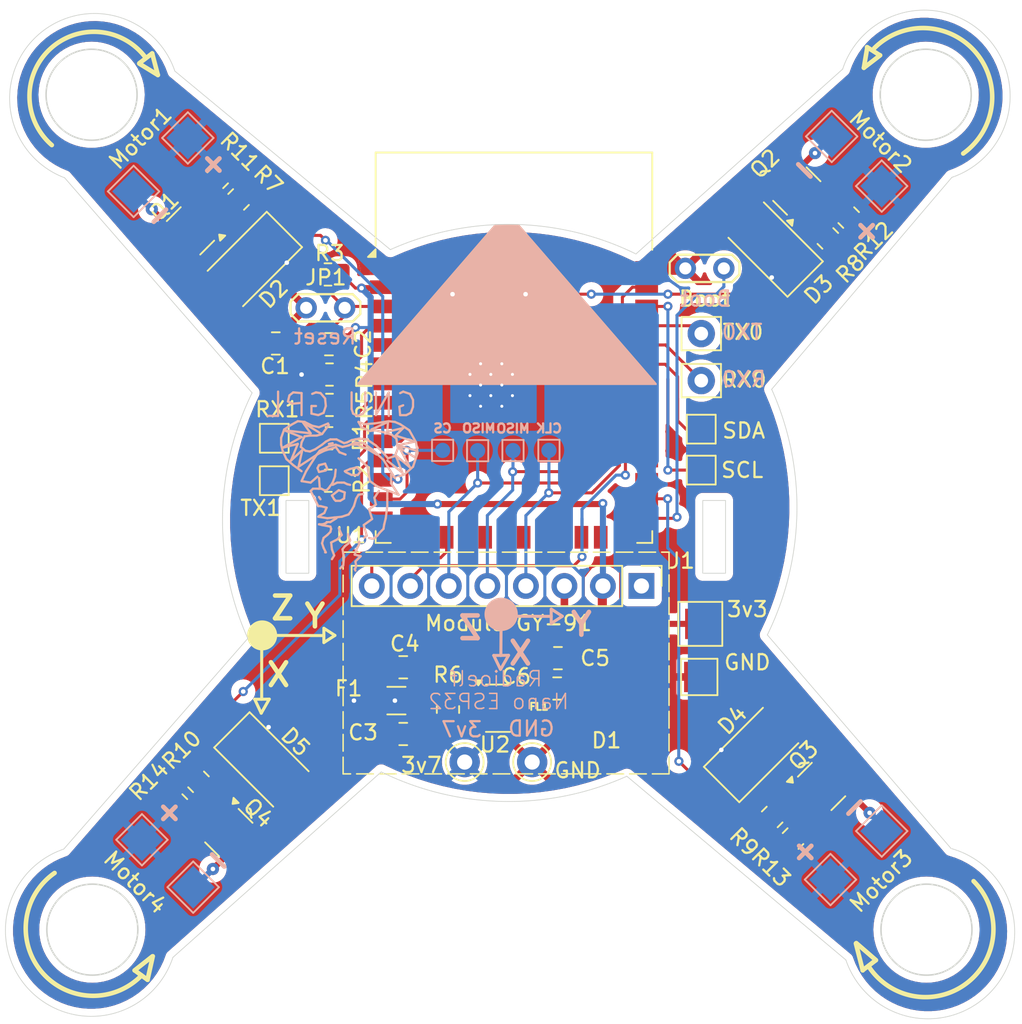
<source format=kicad_pcb>
(kicad_pcb (version 20241229) (generator "pcbnew") (generator_version "9.0")
  (layers (0 "F.Cu" signal) (2 "B.Cu" signal) (13 "F.Paste" user) (15 "B.Paste" user) (5 "F.SilkS" user "F.Silkscreen") (7 "B.SilkS" user "B.Silkscreen") (1 "F.Mask" user) (3 "B.Mask" user) (25 "Edge.Cuts" user))
  (net 0 "")
  (net 1 "GND")
  (net 2 "Net-(JP1-B)")
  (net 3 "+3v3")
  (net 4 "Net-(U2-VIN)")
  (net 5 "SPI0_CS0_M")
  (net 6 "Net-(D2-A)")
  (net 7 "Net-(D3-A)")
  (net 8 "Net-(D4-A)")
  (net 9 "Net-(D5-A)")
  (net 10 "VDD_3v7")
  (net 11 "TX0")
  (net 12 "RX0")
  (net 13 "Net-(Q1-G)")
  (net 14 "Net-(Q2-G)")
  (net 15 "Net-(Q3-G)")
  (net 16 "Net-(Q4-G)")
  (net 17 "Net-(R1-Pad2)")
  (net 18 "RX1")
  (net 19 "Net-(R2-Pad2)")
  (net 20 "TX1")
  (net 21 "ADC_VOLTAGE ")
  (net 22 "Net-(U2-EN)")
  (net 23 "PWM1")
  (net 24 "PWM2")
  (net 25 "PWM3")
  (net 26 "PWM4")
  (net 27 "I2C0_SDA")
  (net 28 "I2C0_SCL")
  (net 36 "SPI0_CLK")
  (net 40 "SPI0_MOSI")
  (net 41 "SPI0_MISO")
  (net 47 "SPI0_CS1_B")
  (net 48 "SPI0_CS2")
  (net 49 "Net-(U2-VOUT)")
  (net 50 "Net-(JP2-B)")
  (footprint "Package_TO_SOT_SMD:SOT-23" (layer "F.Cu") (at 169.572702 118.455232 45)
    (property "Reference" "Q3")
    (property "Value" "DMG3404L" (hide yes))
  )
  (footprint "Diode_SMD:D_SMA" (layer "F.Cu") (at 131.670146 84.210285 -135)
    (property "Reference" "D2")
    (property "Value" "STPS1L30A")
  )
  (footprint "Resistor_SMD:R_0805_2012Metric" (layer "F.Cu") (at 137.04686 98.296071 180)
    (property "Reference" "R2")
    (property "Value" "120R")
  )
  (footprint "Diode_SMD:D_SMA" (layer "F.Cu") (at 133.170146 117.206857 -45)
    (property "Reference" "D5")
    (property "Value" "STPS1L30A")
  )
  (footprint "TestPoint:TestPoint_Pad_1.5x1.5mm" (layer "F.Cu") (at 161.638038 97.596393)
    (property "Reference" "TP5" (hide yes))
    (property "Value" "SCL")
  )
  (footprint "TestPoint:TestPoint_Pad_2.0x2.0mm" (layer "F.Cu") (at 161.50436 111.236071)
    (property "Reference" "TP1" (hide yes))
    (property "Value" "GND")
  )
  (footprint "RF_Module:ESP32-WROOM-32D" (layer "F.Cu") (at 149.288038 92.516393)
    (property "Reference" "U1")
    (property "Value" "ESP32-WROOM-32E")
  )
  (footprint "Resistor_SMD:R_0805_2012Metric" (layer "F.Cu") (at 171.35936 80.946071 135)
    (property "Reference" "R12")
    (property "Value" "100k")
  )
  (footprint "Resistor_SMD:R_0805_2012Metric" (layer "F.Cu") (at 137.09686 95.496071 180)
    (property "Reference" "R1")
    (property "Value" "120R")
  )
  (footprint "TestPoint:TestPoint_2Pads_Pitch2.54mm_Drill0.8mm" (layer "F.Cu") (at 160.588038 84.296393)
    (property "Reference" "JP2" (hide yes))
    (property "Value" "Boot")
  )
  (footprint "Capacitor_SMD:C_0805_2012Metric" (layer "F.Cu") (at 133.58436 89.246071)
    (property "Reference" "C1")
    (property "Value" "1uF")
  )
  (footprint "Resistor_SMD:R_0805_2012Metric" (layer "F.Cu") (at 137.125538 91.296393)
    (property "Reference" "R4")
    (property "Value" "150k")
  )
  (footprint "Resistor_SMD:R_0805_2012Metric" (layer "F.Cu") (at 128.489125 118.150836 -45)
    (property "Reference" "R10")
    (property "Value" "1k")
  )
  (footprint "Capacitor_SMD:C_0805_2012Metric" (layer "F.Cu") (at 141.988038 114.996393 180)
    (property "Reference" "C3")
    (property "Value" "100nF")
  )
  (footprint "Resistor_SMD:R_0805_2012Metric" (layer "F.Cu") (at 127.064125 119.650836 -45)
    (property "Reference" "R14")
    (property "Value" "100k")
  )
  (footprint "Capacitor_SMD:C_0805_2012Metric" (layer "F.Cu") (at 141.988038 110.596393 180)
    (property "Reference" "C4")
    (property "Value" "10uF")
  )
  (footprint "Resistor_SMD:R_0805_2012Metric" (layer "F.Cu") (at 166.314125 120.466306 45)
    (property "Reference" "R9")
    (property "Value" "1k")
  )
  (footprint "Fuse:Fuse_1206_3216Metric" (layer "F.Cu") (at 141.538038 112.796393)
    (property "Reference" "F1")
    (property "Value" "0ZCA0035FF2G" (hide yes))
  )
  (footprint "TestPoint:TestPoint_2Pads_Pitch2.54mm_Drill0.8mm" (layer "F.Cu") (at 135.588038 86.896393)
    (property "Reference" "JP1")
    (property "Value" "Reset")
  )
  (footprint "Resistor_SMD:R_0805_2012Metric" (layer "F.Cu") (at 167.689125 121.891306 45)
    (property "Reference" "R13")
    (property "Value" "100k")
  )
  (footprint "Resistor_SMD:R_0805_2012Metric" (layer "F.Cu") (at 129.754595 78.325836 -135)
    (property "Reference" "R11")
    (property "Value" "100k")
  )
  (footprint "Connector_Pin:Pin_D0.9mm_L10.0mm_W2.4mm_FlatFork" (layer "F.Cu") (at 161.638038 91.696393)
    (property "Reference" "H4" (hide yes))
    (property "Value" "RX0")
  )
  (footprint "TestPoint:TestPoint_Pad_1.5x1.5mm" (layer "F.Cu") (at 133.48436 95.496071)
    (property "Reference" "TP2" (hide yes))
    (property "Value" "RX1")
  )
  (footprint "Package_TO_SOT_SMD:SOT-23" (layer "F.Cu") (at 167.938038 79.196393 135)
    (property "Reference" "Q2")
    (property "Value" "DMG3404L" (hide yes))
  )
  (footprint "TestPoint:TestPoint_Pad_1.5x1.5mm" (layer "F.Cu") (at 161.638038 94.896393)
    (property "Reference" "TP4" (hide yes))
    (property "Value" "SDA")
  )
  (footprint "Connector_Pin:Pin_D0.9mm_L10.0mm_W2.4mm_FlatFork" (layer "F.Cu") (at 161.638038 88.596393)
    (property "Reference" "H3" (hide yes))
    (property "Value" "TX0")
  )
  (footprint "Package_TO_SOT_SMD:SOT-23" (layer "F.Cu") (at 127.95936 81.821071 -135)
    (property "Reference" "Q1")
    (property "Value" "DMG3404L" (hide yes))
  )
  (footprint "Resistor_SMD:R_0805_2012Metric" (layer "F.Cu") (at 137.125538 93.296393 180)
    (property "Reference" "R5")
    (property "Value" "220k")
  )
  (footprint "Connector_PinHeader_2.54mm:PinHeader_1x08_P2.54mm_Vertical" (layer "F.Cu") (at 157.69436 105.236071 -90)
    (property "Reference" "J1")
    (property "Value" "Module GY-91  MPU9250 + BMP280" (hide yes))
  )
  (footprint "Diode_SMD:D_SMA" (layer "F.Cu") (at 166.00936 82.521071 135)
    (property "Reference" "D3")
    (property "Value" "STPS1L30A")
  )
  (footprint "KNH16C104DA5TS:FIL_KNH16C104DA5TS" (layer "F.Cu") (at 152.088038 113.946393)
    (property "Reference" "FL1")
    (property "Value" "KNH16C104DA5TS")
  )
  (footprint "Resistor_SMD:R_0805_2012Metric" (layer "F.Cu") (at 144.938038 113.383893 -90)
    (property "Reference" "R6")
    (property "Value" "10K")
  )
  (footprint "Connector_Pin:Pin_D1.0mm_L10.0mm" (layer "F.Cu") (at 146.038038 116.846393)
    (property "Reference" "H2" (hide yes))
    (property "Value" "3v7")
  )
  (footprint "TestPoint:TestPoint_Pad_2.5x2.5mm" (layer "F.Cu") (at 161.57436 107.736071)
    (property "Reference" "TP6" (hide yes))
    (property "Value" "3v3")
  )
  (footprint "Resistor_SMD:R_0805_2012Metric" (layer "F.Cu") (at 131.129595 79.750836 -135)
    (property "Reference" "R7")
    (property "Value" "1k")
  )
  (footprint "Resistor_SMD:R_0805_2012Metric" (layer "F.Cu") (at 169.98436 82.321071 135)
    (property "Reference" "R8")
    (property "Value" "1k")
  )
  (footprint "Capacitor_SMD:C_0805_2012Metric" (layer "F.Cu") (at 152.188038 109.996393)
    (property "Reference" "C5")
    (property "Value" "100nF")
  )
  (footprint "Package_TO_SOT_SMD:SOT-23-5" (layer "F.Cu") (at 148.238038 113.296393)
    (property "Reference" "U2")
    (property "Value" "XC6220B331MR-G")
  )
  (footprint "Connector_Pin:Pin_D1.0mm_L10.0mm" (layer "F.Cu") (at 150.488038 116.846393)
    (property "Reference" "H1" (hide yes))
    (property "Value" "GND")
  )
  (footprint "Resistor_SMD:R_0805_2012Metric" (layer "F.Cu") (at 137.025538 84.696393 180)
    (property "Reference" "R3")
    (property "Value" "10k")
  )
  (footprint "Capacitor_SMD:C_0805_2012Metric" (layer "F.Cu") (at 137.088038 89.296393)
    (property "Reference" "C2")
    (property "Value" "100nF")
  )
  (footprint "Diode_SMD:D_SMA" (layer "F.Cu") (at 165.45936 115.846071 45)
    (property "Reference" "D4")
    (property "Value" "STPS1L30A")
  )
  (footprint "Capacitor_SMD:C_0805_2012Metric" (layer "F.Cu") (at 152.138038 111.996393)
    (property "Reference" "C6")
    (property "Value" "10uF")
  )
  (footprint "TestPoint:TestPoint_Pad_1.5x1.5mm" (layer "F.Cu") (at 133.48436 98.296071)
    (property "Reference" "TP3" (hide yes))
    (property "Value" "TX1")
  )
  (footprint "Inductor_SMD:L_0402_1005Metric" (layer "F.Cu") (at 153.53436 115.421071)
    (property "Reference" "D1")
    (property "Value" "PESD0402-140" (hide yes))
  )
  (footprint "Package_TO_SOT_SMD:SOT-23" (layer "F.Cu") (at 130.488038 121.496393 -45)
    (property "Reference" "Q4")
    (property "Value" "DMG3404L" (hide yes))
  )
  (footprint "TestPoint:TestPoint_Pad_2.0x2.0mm" (layer "B.Cu") (at 124.20936 79.221071 135)
    (property "Reference" "TP8" (hide yes))
    (property "Value" "Motor1")
  )
  (footprint "TestPoint:TestPoint_Pad_2.0x2.0mm" (layer "B.Cu") (at 128.138038 125.096393 135)
    (property "Reference" "TP11" (hide yes))
    (property "Value" "Motor4")
  )
  (footprint "TestPoint:TestPoint_Pad_2.0x2.0mm" (layer "B.Cu") (at 124.75936 121.971071 135)
    (property "Reference" "TP14" (hide yes))
    (property "Value" "3v7")
  )
  (footprint "TestPoint:TestPoint_Pad_2.0x2.0mm" (layer "B.Cu") (at 170.238038 75.596393 135)
    (property "Reference" "TP9" (hide yes))
    (property "Value" "Motor2")
  )
  (footprint "TestPoint:TestPoint_Pad_1.0x1.0mm" (layer "B.Cu") (at 146.89436 96.316071 180)
    (property "Reference" "REF**" (hide yes))
    (property "Value" "TestPoint_Pad_1.0x1.0mm" (hide yes))
  )
  (footprint "TestPoint:TestPoint_Pad_1.0x1.0mm" (layer "B.Cu") (at 149.22436 96.306071 180)
    (property "Reference" "REF**" (hide yes))
    (property "Value" "TestPoint_Pad_1.0x1.0mm" (hide yes))
  )
  (footprint "TestPoint:TestPoint_Pad_2.0x2.0mm" (layer "B.Cu") (at 127.78436 75.696071 135)
    (property "Reference" "TP7" (hide yes))
    (property "Value" "3v7")
  )
  (footprint "TestPoint:TestPoint_Pad_1.0x1.0mm" (layer "B.Cu") (at 144.58436 96.296071 180)
    (property "Reference" "REF**" (hide yes))
    (property "Value" "TestPoint_Pad_1.0x1.0mm" (hide yes))
  )
  (footprint "Symbol:Symbol_GNU-Logo_SilkscreenTop" (layer "B.Cu") (at 138.1848 98.120511 180)
    (property "Reference" "REF**" (hide yes))
    (property "Value" "Symbol_GNU-Logo_SilkscreenTop" (hide yes))
  )
  (footprint "TestPoint:TestPoint_Pad_2.0x2.0mm" (layer "B.Cu") (at 173.538038 121.396393 -135)
    (property "Reference" "TP10" (hide yes))
    (property "Value" "Motor3")
  )
  (footprint "TestPoint:TestPoint_Pad_2.0x2.0mm" (layer "B.Cu") (at 170.15936 124.596071 135)
    (property "Reference" "TP13" (hide yes))
    (property "Value" "3v7")
  )
  (footprint "TestPoint:TestPoint_Pad_1.0x1.0mm" (layer "B.Cu") (at 151.59436 96.296071 180)
    (property "Reference" "REF**" (hide yes))
    (property "Value" "TestPoint_Pad_1.0x1.0mm" (hide yes))
  )
  (footprint "TestPoint:TestPoint_Pad_2.0x2.0mm" (layer "B.Cu") (at 173.53436 78.871071 -135)
    (property "Reference" "TP12" (hide yes))
    (property "Value" "3v7")
  )
  (gr_line (start 154.42436 103.926071) (end 153.86436 104.626071) (stroke (width 0.2)) (layer "F.Cu") (net 1))
  (gr_line (start 153.86436 104.626071) (end 153.86436 106.106071) (stroke (width 0.2)) (layer "F.Cu") (net 1))
  (gr_line (start 162.738038 96.196393) (end 160.338038 96.196393) (stroke (width 0.2)) (layer "F.Cu") (net 1))
  (gr_line (start 156.32436 104.176071) (end 156.32436 106.406071) (stroke (width 0.2)) (layer "F.Cu") (net 1))
  (gr_line (start 137.10936 94.821071) (end 137.08436 99.396071) (stroke (width 0.2)) (layer "F.Cu") (net 1))
  (gr_line (start 146.24436 104.346071) (end 146.24436 106.146071) (stroke (width 0.2)) (layer "B.Cu") (net 10))
  (gr_line (start 143.66436 104.386071) (end 143.66436 106.256071) (stroke (width 0.2)) (layer "B.Cu") (net 10))
  (gr_line (start 141.18436 105.956071) (end 141.18436 104.476071) (stroke (width 0.2)) (layer "B.Cu") (net 10))
  (gr_line (start 156.37436 104.196071) (end 156.38436 104.006071) (stroke (width 0.2)) (layer "B.Cu") (net 10))
  (gr_line (start 159.53436 85.071071) (end 160.23436 85.571071) (stroke (width 0.2)) (layer "B.Cu") (net 10))
  (gr_line (start 138.55436 104.586071) (end 138.55436 105.906071) (stroke (width 0.2)) (layer "B.Cu") (net 10))
  (gr_line (start 156.35436 106.056071) (end 156.19436 106.386071) (stroke (width 0.2)) (layer "B.Cu") (net 10))
  (gr_line (start 148.79436 104.506071) (end 148.79436 106.086071) (stroke (width 0.2)) (layer "B.Cu") (net 10))
  (gr_line (start 132.19436 112.706071) (end 132.62436 113.626071) (stroke (width 0.2)) (layer "F.SilkS"))
  (gr_line (start 132.65436 108.531071) (end 132.65436 112.601071) (stroke (width 0.2)) (layer "F.SilkS"))
  (gr_line (start 132.63436 112.706071) (end 133.15436 112.696071) (stroke (width 0.2)) (layer "F.SilkS"))
  (gr_line (start 137.48436 108.496071) (end 136.75436 108.026071) (stroke (width 0.2)) (layer "F.SilkS"))
  (gr_line (start 125.43436 70.121071) (end 124.58436 70.771071) (stroke (width 0.3)) (layer "F.SilkS"))
  (gr_line (start 132.62436 113.626071) (end 133.15436 112.696071) (stroke (width 0.2)) (layer "F.SilkS"))
  (gr_line (start 136.75436 108.966071) (end 137.48436 108.496071) (stroke (width 0.2)) (layer "F.SilkS"))
  (gr_line (start 173.159364 129.908566) (end 171.859356 128.783575) (stroke (width 0.3)) (layer "F.SilkS"))
  (gr_arc (start 118.816487 76.166575) (mid 118.670539 69.860743) (end 124.95936 70.346071) (stroke (width 0.3)) (layer "F.SilkS"))
  (gr_line (start 125.44686 129.658571) (end 124.27186 130.583571) (stroke (width 0.3)) (layer "F.SilkS"))
  (gr_line (start 172.35936 71.071071) (end 173.434356 70.246065) (stroke (width 0.3)) (layer "F.SilkS"))
  (gr_line (start 124.29061 130.589821) (end 125.12811 131.202321) (stroke (width 0.3)) (layer "F.SilkS"))
  (gr_line (start 172.28436 130.571071) (end 173.13436 129.921071) (stroke (width 0.3)) (layer "F.SilkS"))
  (gr_arc (start 179.593801 124.699785) (mid 179.299966 131.300009) (end 172.750508 130.432072) (stroke (width 0.3)) (layer "F.SilkS"))
  (gr_line (start 125.12811 131.202321) (end 125.474985 129.649196) (stroke (width 0.3)) (layer "F.SilkS"))
  (gr_circle (center 132.68436 108.496071) (end 133.57436 108.496071) (stroke (width 0.2)) (fill yes) (layer "F.SilkS"))
  (gr_line (start 173.39686 70.233571) (end 172.57186 69.708571) (stroke (width 0.3)) (layer "F.SilkS"))
  (gr_line (start 136.75436 108.506071) (end 136.75436 108.966071) (stroke (width 0.2)) (layer "F.SilkS"))
  (gr_line (start 132.63436 112.706071) (end 132.19436 112.706071) (stroke (width 0.2)) (layer "F.SilkS"))
  (gr_line (start 133.10436 108.496071) (end 136.75436 108.506071) (stroke (width 0.2)) (layer "F.SilkS"))
  (gr_arc (start 124.730899 130.916692) (mid 118.152038 130.687458) (end 118.999483 124.15938) (stroke (width 0.3)) (layer "F.SilkS"))
  (gr_arc (start 173.037786 69.78449) (mid 179.74222 70.062753) (end 178.90936 76.721071) (stroke (width 0.3)) (layer "F.SilkS"))
  (gr_line (start 125.80936 71.546071) (end 125.43436 70.121071) (stroke (width 0.3)) (layer "F.SilkS"))
  (gr_line (start 171.83436 128.808571) (end 172.28436 130.583571) (stroke (width 0.3)) (layer "F.SilkS"))
  (gr_line (start 172.58436 69.721071) (end 172.35936 71.071071) (stroke (width 0.3)) (layer "F.SilkS"))
  (gr_line (start 136.75436 108.026071) (end 136.75436 108.506071) (stroke (width 0.2)) (layer "F.SilkS"))
  (gr_line (start 124.58436 70.796071) (end 125.80936 71.546071) (stroke (width 0.3)) (layer "F.SilkS"))
  (gr_rect (start 138.02436 103.006071) (end 159.51436 117.626071) (stroke (width 0.1) (type dash)) (fill no) (layer "F.SilkS"))
  (gr_poly (pts (xy 148.070192 81.485255) (xy 139.070192 91.885255) (xy 158.570192 91.885255) (xy 149.570192 81.485255)) (stroke (width 0.2)) (fill yes) (layer "B.SilkS"))
  (gr_line (start 148.39436 109.816071) (end 147.95436 109.816071) (stroke (width 0.2)) (layer "B.SilkS"))
  (gr_circle (center 148.44436 107.106071) (end 149.44436 107.106071) (stroke (width 0.2)) (fill yes) (layer "B.SilkS"))
  (gr_line (start 148.54686 107.232321) (end 151.68186 107.239821) (stroke (width 0.2)) (layer "B.SilkS"))
  (gr_line (start 151.74436 107.246071) (end 151.74436 107.706071) (stroke (width 0.2)) (layer "B.SilkS"))
  (gr_line (start 152.47936 107.231071) (end 151.74936 106.761071) (stroke (width 0.2)) (layer "B.SilkS"))
  (gr_line (start 148.41436 109.816071) (end 148.93436 109.806071) (stroke (width 0.2)) (layer "B.SilkS"))
  (gr_line (start 151.74436 106.766071) (end 151.74436 107.246071) (stroke (width 0.2)) (layer "B.SilkS"))
  (gr_line (start 148.42436 109.816071) (end 148.44436 107.106071) (stroke (width 0.2)) (layer "B.SilkS"))
  (gr_line (start 148.40936 110.731071) (end 148.93436 109.806071) (stroke (width 0.2)) (layer "B.SilkS"))
  (gr_line (start 151.74936 107.701071) (end 152.47936 107.231071) (stroke (width 0.2)) (layer "B.SilkS"))
  (gr_line (start 147.95436 109.816071) (end 148.39936 110.736071) (stroke (width 0.2)) (layer "B.SilkS"))
  (gr_line (start 171.173308 129.894029) (end 156.731277 117.781312) (stroke (width 0.05)) (layer "Edge.Cuts"))
  (gr_arc (start 126.801676 129.724864) (mid 117.434299 131.971117) (end 119.603568 122.585625) (stroke (width 0.05)) (layer "Edge.Cuts"))
  (gr_arc (start 141.138038 83.060297) (mid 149.266439 81.396414) (end 157.331277 83.345217) (stroke (width 0.05)) (layer "Edge.Cuts"))
  (gr_circle (center 176.488038 127.896393) (end 179.488038 127.896393) (stroke (width 0.1)) (fill no) (layer "Edge.Cuts"))
  (gr_line (start 178.10936 122.546071) (end 165.995791 108.461229) (stroke (width 0.05)) (layer "Edge.Cuts"))
  (gr_circle (center 121.488038 127.896393) (end 124.488038 127.896393) (stroke (width 0.1)) (fill no) (layer "Edge.Cuts"))
  (gr_line (start 132.022958 92.503154) (end 119.65936 78.321071) (stroke (width 0.05)) (layer "Edge.Cuts"))
  (gr_arc (start 170.961252 71.156832) (mid 180.328634 68.910628) (end 178.15936 78.296071) (stroke (width 0.05)) (layer "Edge.Cuts"))
  (gr_line (start 126.929577 71.287406) (end 141.138038 83.060297) (stroke (width 0.05)) (layer "Edge.Cuts"))
  (gr_line (start 178.15936 78.296071) (end 166.280711 92.26799) (stroke (width 0.05)) (layer "Edge.Cuts"))
  (gr_arc (start 166.280711 92.26799) (mid 167.944618 100.396393) (end 165.995791 108.461229) (stroke (width 0.05)) (layer "Edge.Cuts"))
  (gr_arc (start 178.10936 122.546071) (mid 180.74559 131.982119) (end 171.173308 129.894029) (stroke (width 0.05)) (layer "Edge.Cuts"))
  (gr_rect (start 161.738038 99.596393) (end 163.238038 104.396393) (stroke (width 0.05)) (fill no) (layer "Edge.Cuts"))
  (gr_rect (start 134.25936 99.596071) (end 135.75936 104.396071) (stroke (width 0.05)) (fill no) (layer "Edge.Cuts"))
  (gr_circle (center 121.438038 72.846393) (end 124.438038 72.846393) (stroke (width 0.1)) (fill no) (layer "Edge.Cuts"))
  (gr_arc (start 131.738038 108.696393) (mid 130.074131 100.56799) (end 132.022958 92.503154) (stroke (width 0.05)) (layer "Edge.Cuts"))
  (gr_circle (center 176.438038 72.846393) (end 179.438038 72.846393) (stroke (width 0.1)) (fill no) (layer "Edge.Cuts"))
  (gr_arc (start 156.731277 117.781312) (mid 148.602874 119.445214) (end 140.538038 117.496392) (stroke (width 0.05)) (layer "Edge.Cuts"))
  (gr_line (start 119.603568 122.585625) (end 131.738038 108.696393) (stroke (width 0.05)) (layer "Edge.Cuts"))
  (gr_line (start 170.961252 71.156832) (end 157.331277 83.345217) (stroke (width 0.05)) (layer "Edge.Cuts"))
  (gr_arc (start 119.65936 78.321071) (mid 117.740439 69.063419) (end 126.929577 71.287406) (stroke (width 0.05)) (layer "Edge.Cuts"))
  (gr_line (start 126.801676 129.724864) (end 140.538038 117.496393) (stroke (width 0.05)) (layer "Edge.Cuts"))
  (gr_text "Module GY-91 " (at 143.32436 108.276071 0) (layer "F.SilkS") (effects (font (size 1 1)) (justify left bottom)))
  (gr_text "Z" (at 133.12436 107.566071 0) (layer "F.SilkS") (effects (font (size 1.5 1.5) (thickness 0.3) (bold yes)) (justify left bottom)))
  (gr_text "Y" (at 137.00436 108.096071 0) (layer "F.SilkS") (effects (font (size 1.5 1.5) (thickness 0.3) (bold yes)) (justify left bottom mirror)))
  (gr_text "X" (at 134.67436 111.966071 0) (layer "F.SilkS") (effects (font (size 1.5 1.5) (thickness 0.3) (bold yes)) (justify left bottom mirror)))
  (gr_text "Nano ESP32" (at 152.98436 113.446071 0) (layer "B.SilkS") (effects (font (size 1 1) (thickness 0.1)) (justify left bottom mirror)))
  (gr_text "Z" (at 147.30436 108.876071 0) (layer "B.SilkS") (effects (font (size 1.5 1.5) (thickness 0.3) (bold yes)) (justify left bottom mirror)))
  (gr_text "Radioelf" (at 151.23436 111.946071 0) (layer "B.SilkS") (effects (font (size 1 1) (thickness 0.1)) (justify left bottom mirror)))
  (gr_text "3v7" (at 145.83436 114.696071 0) (layer "B.SilkS") (effects (font (size 1 1)) (justify mirror)))
  (gr_text "TX0" (at 164.33436 88.496071 0) (layer "B.SilkS") (effects (font (size 1 1)) (justify mirror)))
  (gr_text "X" (at 150.62436 110.546071 0) (layer "B.SilkS") (effects (font (size 1.5 1.5) (thickness 0.3) (bold yes)) (justify left bottom mirror)))
  (gr_text "+" (at 173.88436 81.596071 45) (layer "B.SilkS") (effects (font (size 1.5 1.5) (thickness 0.3) (bold yes)) (justify left bottom mirror)))
  (gr_text "-" (at 168.18436 76.496071 135) (layer "B.SilkS") (effects (font (size 1.5 1.5) (thickness 0.3) (bold yes)) (justify left bottom mirror)))
  (gr_text "+" (at 130.80936 77.196071 45) (layer "B.SilkS") (effects (font (size 1.5 1.5) (thickness 0.3) (bold yes)) (justify left bottom mirror)))
  (gr_text "-" (at 127.28436 80.571071 45) (layer "B.SilkS") (effects (font (size 1.5 1.5) (thickness 0.3) (bold yes)) (justify left bottom mirror)))
  (gr_text "-" (at 129.53436 121.996071 135) (layer "B.SilkS") (effects (font (size 1.5 1.5) (thickness 0.3) (bold yes)) (justify left bottom mirror)))
  (gr_text "Y" (at 154.57436 108.646071 0) (layer "B.SilkS") (effects (font (size 1.5 1.5) (thickness 0.3) (bold yes)) (justify left bottom mirror)))
  (gr_text "+" (at 169.83436 122.521071 45) (layer "B.SilkS") (effects (font (size 1.5 1.5) (thickness 0.3) (bold yes)) (justify left bottom mirror)))
  (gr_text "RX0" (at 164.43436 91.596071 0) (layer "B.SilkS") (effects (font (size 1 1)) (justify mirror)))
  (gr_text "Boot" (at 161.93436 86.296071 0) (layer "B.SilkS") (effects (font (size 1 1)) (justify mirror)))
  (gr_text "-" (at 173.08436 119.596071 45) (layer "B.SilkS") (effects (font (size 1.5 1.5) (thickness 0.3) (bold yes)) (justify left bottom mirror)))
  (gr_text "GND" (at 150.43436 114.646071 0) (layer "B.SilkS") (effects (font (size 1 1)) (justify mirror)))
  (gr_text "+" (at 127.90936 119.946071 45) (layer "B.SilkS") (effects (font (size 1.5 1.5) (thickness 0.3) (bold yes)) (justify left bottom mirror)))
  (segment (start 153.088038 111.996393) (end 153.088038 112.646393) (width 0.2) (layer "F.Cu") (net 1))
  (segment (start 159.43436 95.292715) (end 160.338038 96.196393) (width 0.2) (layer "F.Cu") (net 1))
  (segment (start 150.538038 113.496393) (end 150.338038 113.296393) (width 0.2) (layer "F.Cu") (net 1))
  (segment (start 150.538038 114.446393) (end 150.538038 113.496393) (width 0.2) (layer "F.Cu") (net 1))
  (segment (start 152.088038 113.546393) (end 152.088038 114.346393) (width 0.2) (layer "F.Cu") (net 1))
  (segment (start 152.088038 114.346393) (end 152.088038 114.596393) (width 0.2) (layer "F.Cu") (net 1))
  (segment (start 160.588038 84.296393) (end 158.068038 84.296393) (width 0.6) (layer "F.Cu") (net 1))
  (segment (start 136.213038 93.399749) (end 136.213038 93.296393) (width 0.2) (layer "F.Cu") (net 1))
  (segment (start 153.088038 112.646393) (end 153.138038 112.696393) (width 0.2) (layer "F.Cu") (net 1))
  (segment (start 148.238038 113.296393) (end 148.238038 111.596393) (width 0.2) (layer "F.Cu") (net 1))
  (segment (start 153.138038 112.696393) (end 153.388038 112.696393) (width 0.2) (layer "F.Cu") (net 1))
  (segment (start 140.538038 84.266393) (end 140.208038 84.266393) (width 0.2) (layer "F.Cu") (net 1))
  (segment (start 152.088038 114.596393) (end 151.988038 114.696393) (width 0.2) (layer "F.Cu") (net 1))
  (segment (start 152.938038 112.696393) (end 153.388038 112.696393) (width 0.2) (layer "F.Cu") (net 1))
  (segment (start 152.088038 113.546393) (end 152.938038 112.696393) (width 0.2) (layer "F.Cu") (net 1))
  (segment (start 153.388038 112.696393) (end 154.238038 112.696393) (width 0.2) (layer "F.Cu") (net 1))
  (segment (start 158.068038 84.296393) (end 158.038038 84.266393) (width 0.2) (layer "F.Cu") (net 1))
  (segment (start 134.838038 90.596393) (end 134.338038 90.596393) (width 0.2) (layer "F.Cu") (net 1))
  (segment (start 159.43436 91.596071) (end 159.43436 95.292715) (width 0.2) (layer "F.Cu") (net 1))
  (segment (start 150.788038 114.696393) (end 150.538038 114.446393) (width 0.2) (layer "F.Cu") (net 1))
  (segment (start 148.238038 113.296393) (end 147.100538 113.296393) (width 0.2) (layer "F.Cu") (net 1))
  (segment (start 137.10936 94.296071) (end 136.213038 93.399749) (width 0.2) (layer "F.Cu") (net 1))
  (segment (start 150.338038 113.296393) (end 148.238038 113.296393) (width 0.2) (layer "F.Cu") (net 1))
  (segment (start 148.238038 113.296393) (end 148.238038 114.996393) (width 0.2) (layer "F.Cu") (net 1))
  (segment (start 151.988038 114.696393) (end 150.788038 114.696393) (width 0.2) (layer "F.Cu") (net 1))
  (segment (start 136.138038 89.296393) (end 134.838038 90.596393) (width 0.2) (layer "F.Cu") (net 1))
  (segment (start 137.10936 94.821071) (end 137.10936 94.296071) (width 0.2) (layer "F.Cu") (net 1))
  (segment (start 138.218038 86.806393) (end 138.128038 86.896393) (width 0.2) (layer "F.Cu") (net 2))
  (segment (start 137.538038 87.996393) (end 138.128038 87.406393) (width 0.2) (layer "F.Cu") (net 2))
  (segment (start 135.93436 87.996393) (end 137.538038 87.996393) (width 0.2) (layer "F.Cu") (net 2))
  (segment (start 138.128038 87.406393) (end 138.128038 86.896393) (width 0.2) (layer "F.Cu") (net 2))
  (segment (start 135.784038 87.996393) (end 135.93436 87.996393) (width 0.2) (layer "F.Cu") (net 2))
  (segment (start 136.113038 84.881393) (end 136.113038 84.696393) (width 0.2) (layer "F.Cu") (net 2))
  (segment (start 138.128038 86.896393) (end 136.113038 84.881393) (width 0.2) (layer "F.Cu") (net 2))
  (segment (start 138.038038 86.986393) (end 138.128038 86.896393) (width 0.2) (layer "F.Cu") (net 2))
  (segment (start 140.538038 86.806393) (end 138.218038 86.806393) (width 0.2) (layer "F.Cu") (net 2))
  (segment (start 134.53436 89.246071) (end 135.784038 87.996393) (width 0.2) (layer "F.Cu") (net 2))
  (segment (start 155.11436 105.276071) (end 155.15436 105.236071) (width 0.2) (layer "F.Cu") (net 3))
  (segment (start 138.838038 85.596393) (end 137.938038 84.696393) (width 0.2) (layer "F.Cu") (net 3))
  (segment (start 155.12436 107.736071) (end 155.11436 107.746071) (width 0.2) (layer "F.Cu") (net 3))
  (segment (start 155.10436 99.836071) (end 144.24436 99.836071) (width 0.4) (layer "F.Cu") (net 3))
  (segment (start 139.238038 85.596393) (end 138.838038 85.596393) (width 0.2) (layer "F.Cu") (net 3))
  (segment (start 155.14436 99.796071) (end 155.10436 99.836071) (width 0.2) (layer "F.Cu") (net 3))
  (segment (start 138.038038 88.996393) (end 138.838038 88.196393) (width 0.2) (layer "F.Cu") (net 3))
  (segment (start 153.058038 115.346393) (end 153.058038 115.196071) (width 0.2) (layer "F.Cu") (net 3))
  (segment (start 153.04936 115.204749) (end 153.058038 115.196071) (width 0.2) (layer "F.Cu") (net 3))
  (segment (start 153.058038 114.116393) (end 152.888038 113.946393) (width 0.2) (layer "F.Cu") (net 3))
  (segment (start 154.650538 113.946393) (end 152.888038 113.946393) (width 0.6) (layer "F.Cu") (net 3))
  (segment (start 155.15436 99.786071) (end 155.24436 99.786071) (width 0.4) (layer "F.Cu") (net 3))
  (segment (start 155.11436 107.746071) (end 155.11436 105.276071) (width 0.6) (layer "F.Cu") (net 3))
  (segment (start 140.478038 85.596393) (end 140.538038 85.536393) (width 0.4) (layer "F.Cu") (net 3))
  (segment (start 153.04936 115.421071) (end 153.04936 115.204749) (width 0.2) (layer "F.Cu") (net 3))
  (segment (start 161.57436 107.736071) (end 155.12436 107.736071) (width 0.4) (layer "F.Cu") (net 3))
  (segment (start 155.11436 107.746071) (end 155.11436 113.482571) (width 0.6) (layer "F.Cu") (net 3))
  (segment (start 139.238038 85.596393) (end 140.478038 85.596393) (width 0.4) (layer "F.Cu") (net 3))
  (segment (start 155.11436 113.482571) (end 154.650538 113.946393) (width 0.6) (layer "F.Cu") (net 3))
  (segment (start 153.058038 115.196071) (end 153.058038 114.116393) (width 0.2) (layer "F.Cu") (net 3))
  (segment (start 138.038038 89.296393) (end 138.038038 88.996393) (width 0.2) (layer "F.Cu") (net 3))
  (via (at 155.14436 99.796071) (size 0.6) (drill 0.3) (layers "F.Cu" "B.Cu") (net 3))
  (via (at 144.24436 99.836071) (size 0.6) (drill 0.3) (layers "F.Cu" "B.Cu") (net 3))
  (via (at 139.238038 85.596393) (size 0.6) (drill 0.3) (layers "F.Cu" "B.Cu") (net 3))
  (via (at 138.838038 88.196393) (size 0.6) (drill 0.3) (layers "F.Cu" "B.Cu") (net 3))
  (segment (start 139.838038 86.196393) (end 139.838038 86.396393) (width 0.4) (layer "B.Cu") (net 3))
  (segment (start 138.838038 88.196393) (end 139.838038 88.196393) (width 0.2) (layer "B.Cu") (net 3))
  (segment (start 144.24436 99.796071) (end 144.25436 99.806071) (width 0.4) (layer "B.Cu") (net 3))
  (segment (start 139.838038 88.196393) (end 139.838038 86.396393) (width 0.4) (layer "B.Cu") (net 3))
  (segment (start 139.638038 85.996393) (end 139.238038 85.596393) (width 0.4) (layer "B.Cu") (net 3))
  (segment (start 140.26436 99.836071) (end 139.838038 99.409749) (width 0.4) (layer "B.Cu") (net 3))
  (segment (start 139.238038 85.596393) (end 139.838038 86.196393) (width 0.4) (layer "B.Cu") (net 3))
  (segment (start 155.15436 105.236071) (end 155.15436 99.806071) (width 0.4) (layer "B.Cu") (net 3))
  (segment (start 144.24436 99.836071) (end 140.26436 99.836071) (width 0.4) (layer "B.Cu") (net 3))
  (segment (start 139.838038 99.409749) (end 139.838038 88.196393) (width 0.4) (layer "B.Cu") (net 3))
  (segment (start 155.15436 99.806071) (end 155.14436 99.796071) (width 0.2) (layer "B.Cu") (net 3))
  (segment (start 143.838038 112.496393) (end 143.238038 112.496393) (width 0.4) (layer "F.Cu") (net 4))
  (segment (start 143.838038 112.496393) (end 144.913038 112.496393) (width 0.4) (layer "F.Cu") (net 4))
  (segment (start 142.938038 110.596393) (end 142.938038 114.996393) (width 0.2) (layer "F.Cu") (net 4))
  (segment (start 147.100538 112.346393) (end 145.063038 112.346393) (width 0.4) (layer "F.Cu") (net 4))
  (segment (start 143.238038 112.496393) (end 142.938038 112.796393) (width 0.2) (layer "F.Cu") (net 4))
  (segment (start 144.913038 112.496393) (end 144.938038 112.471393) (width 0.2) (layer "F.Cu") (net 4))
  (segment (start 142.45436 104.796071) (end 143.35436 103.896071) (width 0.2) (layer "F.Cu") (net 5))
  (segment (start 143.35436 103.896071) (end 153.24436 103.896071) (width 0.2) (layer "F.Cu") (net 5))
  (segment (start 142.45436 105.236071) (end 142.45436 104.796071) (width 0.2) (layer "F.Cu") (net 5))
  (segment (start 142.50436 105.176071) (end 142.41436 105.266071) (width 0.4) (layer "F.Cu") (net 5))
  (segment (start 153.77436 103.306071) (end 153.77436 103.366071) (width 0.2) (layer "F.Cu") (net 5))
  (segment (start 156.638038 97.696393) (end 156.638038 97.922393) (width 0.2) (layer "F.Cu") (net 5))
  (segment (start 153.77436 103.366071) (end 153.24436 103.896071) (width 0.2) (layer "F.Cu") (net 5))
  (segment (start 156.638038 95.996393) (end 156.938038 95.696393) (width 0.2) (layer "F.Cu") (net 5))
  (segment (start 156.638038 97.696393) (end 156.638038 95.996393) (width 0.2) (layer "F.Cu") (net 5))
  (segment (start 156.638038 97.922393) (end 156.63436 97.926071) (width 0.2) (layer "F.Cu") (net 5))
  (segment (start 158.038038 95.696393) (end 156.938038 95.696393) (width 0.2) (layer "F.Cu") (net 5))
  (via (at 156.63436 97.926071) (size 0.6) (drill 0.3) (layers "F.Cu" "B.Cu") (net 5))
  (via (at 153.77436 103.306071) (size 0.6) (drill 0.3) (layers "F.Cu" "B.Cu") (net 5))
  (segment (start 156.63436 97.926071) (end 156.02436 97.926071) (width 0.2) (layer "B.Cu") (net 5))
  (segment (start 153.77436 100.786071) (end 153.77436 103.306071) (width 0.2) (layer "B.Cu") (net 5))
  (segment (start 156.02436 97.926071) (end 155.93436 98.016071) (width 0.2) (layer "B.Cu") (net 5))
  (segment (start 153.77436 100.176071) (end 155.93436 98.016071) (width 0.2) (layer "B.Cu") (net 5))
  (segment (start 153.77436 103.306071) (end 153.77436 100.176071) (width 0.2) (layer "B.Cu") (net 5))
  (segment (start 125.40936 80.396071) (end 127.296447 82.283158) (width 0.4) (layer "F.Cu") (net 6))
  (segment (start 127.296447 82.544428) (end 127.296447 82.483984) (width 0.4) (layer "F.Cu") (net 6))
  (segment (start 127.296447 82.283158) (end 127.296447 82.483984) (width 0.2) (layer "F.Cu") (net 6))
  (segment (start 127.296447 82.665014) (end 127.296447 82.483984) (width 0.2) (layer "F.Cu") (net 6))
  (segment (start 130.453725 85.641262) (end 130.453725 85.701706) (width 0.4) (layer "F.Cu") (net 6))
  (segment (start 130.255932 85.624499) (end 127.296447 82.665014) (width 0.4) (layer "F.Cu") (net 6))
  (segment (start 125.40936 80.396071) (end 125.40936 80.596897) (width 0.2) (layer "F.Cu") (net 6))
  (via (at 125.40936 80.396071) (size 0.8) (drill 0.3) (layers "F.Cu" "B.Cu") (net 6))
  (segment (start 124.20936 79.221071) (end 124.23436 79.221071) (width 0.2) (layer "B.Cu") (net 6))
  (segment (start 124.23436 79.221071) (end 125.40936 80.396071) (width 0.4) (layer "B.Cu") (net 6))
  (segment (start 164.626426 81.182179) (end 164.623824 81.182179) (width 0.2) (layer "F.Cu") (net 7))
  (segment (start 167.275125 78.53348) (end 167.168523 78.53348) (width 0.2) (layer "F.Cu") (net 7))
  (segment (start 167.300951 78.53348) (end 167.275125 78.53348) (width 0.2) (layer "F.Cu") (net 7))
  (segment (start 167.168523 78.53348) (end 164.595146 81.106857) (width 0.4) (layer "F.Cu") (net 7))
  (segment (start 167.275125 78.53348) (end 168.912212 76.896393) (width 0.4) (layer "F.Cu") (net 7))
  (segment (start 168.912212 76.896393) (end 169.138038 76.696393) (width 0.2) (layer "F.Cu") (net 7))
  (via (at 169.138038 76.696393) (size 0.8) (drill 0.3) (layers "F.Cu" "B.Cu") (net 7))
  (segment (start 169.138038 76.696393) (end 170.238038 75.596393) (width 0.4) (layer "B.Cu") (net 7))
  (segment (start 166.875153 114.431857) (end 166.873574 114.431857) (width 0.2) (layer "F.Cu") (net 8))
  (segment (start 170.338038 117.796393) (end 172.738038 120.196393) (width 0.4) (layer "F.Cu") (net 8))
  (segment (start 167.089689 114.646393) (end 167.038038 114.646393) (width 0.2) (layer "F.Cu") (net 8))
  (segment (start 170.235615 117.792319) (end 166.875153 114.431857) (width 0.4) (layer "F.Cu") (net 8))
  (via (at 172.738038 120.196393) (size 0.8) (drill 0.3) (layers "F.Cu" "B.Cu") (net 8))
  (segment (start 173.538038 120.996393) (end 173.538038 121.396393) (width 0.4) (layer "B.Cu") (net 8))
  (segment (start 172.738038 120.196393) (end 173.538038 120.996393) (width 0.4) (layer "B.Cu") (net 8))
  (segment (start 131.150951 122.159306) (end 134.443673 118.866584) (width 0.4) (layer "F.Cu") (net 9))
  (segment (start 131.138038 122.196393) (end 129.438038 123.896393) (width 0.4) (layer "F.Cu") (net 9))
  (segment (start 134.443673 118.866584) (end 134.443673 118.852028) (width 0.2) (layer "F.Cu") (net 9))
  (via (at 129.438038 123.896393) (size 0.8) (drill 0.3) (layers "F.Cu" "B.Cu") (net 9))
  (segment (start 128.038038 125.296393) (end 129.438038 123.896393) (width 0.4) (layer "B.Cu") (net 9))
  (segment (start 127.838038 125.296393) (end 128.038038 125.296393) (width 0.2) (layer "B.Cu") (net 9))
  (segment (start 166.28436 84.896071) (end 166.462788 84.896071) (width 0.2) (layer "F.Cu") (net 10))
  (segment (start 164.045146 117.131857) (end 162.95936 116.046071) (width 0.2) (layer "F.Cu") (net 10))
  (segment (start 164.045146 117.260285) (end 164.045146 117.131857) (width 0.2) (layer "F.Cu") (net 10))
  (segment (start 134.20936 83.921071) (end 133.08436 82.796071) (width 0.2) (layer "F.Cu") (net 10))
  (segment (start 133.002504 114.546071) (end 131.755932 115.792643) (width 0.4) (layer "F.Cu") (net 10))
  (segment (start 134.30936 83.921071) (end 134.20936 83.921071) (width 0.2) (layer "F.Cu") (net 10))
  (segment (start 133.10936 114.546071) (end 133.002504 114.546071) (width 0.2) (layer "F.Cu") (net 10))
  (segment (start 166.462788 84.896071) (end 167.423574 83.935285) (width 0.2) (layer "F.Cu") (net 10))
  (segment (start 141.438038 112.796393) (end 138.738038 112.796393) (width 0.4) (layer "F.Cu") (net 10))
  (segment (start 135.28436 91.296393) (end 136.213038 91.296393) (width 0.2) (layer "F.Cu") (net 10))
  (via (at 135.28436 91.296393) (size 0.6) (drill 0.3) (layers "F.Cu" "B.Cu") (net 10))
  (via (at 134.30936 83.921071) (size 0.8) (drill 0.3) (layers "F.Cu" "B.Cu") (net 10))
  (via (at 133.10936 114.546071) (size 0.8) (drill 0.3) (layers "F.Cu" "B.Cu") (net 10))
  (via (at 138.738038 112.796393) (size 0.8) (drill 0.3) (layers "F.Cu" "B.Cu") (net 10))
  (via (at 162.95936 116.046071) (size 0.8) (drill 0.3) (layers "F.Cu" "B.Cu") (net 10))
  (via (at 141.438038 112.796393) (size 0.8) (drill 0.3) (layers "F.Cu" "B.Cu") (net 10))
  (via (at 166.28436 84.896071) (size 0.8) (drill 0.3) (layers "F.Cu" "B.Cu") (net 10))
  (segment (start 156.38436 106.056071) (end 156.38436 104.226071) (width 0.2) (layer "B.Cu") (net 10))
  (segment (start 153.85436 104.606071) (end 153.01436 103.766071) (width 0.2) (layer "B.Cu") (net 10))
  (segment (start 153.85436 106.046071) (end 153.85436 104.606071) (width 0.2) (layer "B.Cu") (net 10))
  (segment (start 151.32436 104.436071) (end 151.32436 106.106071) (width 0.2) (layer "B.Cu") (net 10))
  (segment (start 158.038038 88.076393) (end 161.118038 88.076393) (width 0.2) (layer "F.Cu") (net 11))
  (segment (start 161.118038 88.076393) (end 161.638038 88.596393) (width 0.2) (layer "F.Cu") (net 11))
  (segment (start 158.038038 89.346393) (end 159.288038 89.346393) (width 0.2) (layer "F.Cu") (net 12))
  (segment (start 159.288038 89.346393) (end 161.638038 91.696393) (width 0.2) (layer "F.Cu") (net 12))
  (segment (start 130.48436 80.671071) (end 130.48436 80.396071) (width 0.2) (layer "F.Cu") (net 13))
  (segment (start 129.325521 81.82991) (end 130.48436 80.671071) (width 0.2) (layer "F.Cu") (net 13))
  (segment (start 129.294024 81.82991) (end 129.325521 81.82991) (width 0.2) (layer "F.Cu") (net 13))
  (segment (start 129.10936 79.021071) (end 130.48436 80.396071) (width 0.2) (layer "F.Cu") (net 13))
  (segment (start 129.10936 78.971071) (end 129.10936 79.021071) (width 0.2) (layer "F.Cu") (net 13))
  (segment (start 169.073978 81.675836) (end 167.929199 80.531057) (width 0.2) (layer "F.Cu") (net 14))
  (segment (start 169.339125 81.675836) (end 169.073978 81.675836) (width 0.2) (layer "F.Cu") (net 14))
  (segment (start 170.714125 80.300836) (end 169.339125 81.675836) (width 0.2) (layer "F.Cu") (net 14))
  (segment (start 169.547568 81.905923) (end 169.547568 82.005923) (width 0.2) (layer "F.Cu") (net 14))
  (segment (start 166.95936 119.821071) (end 166.95936 119.871071) (width 0.2) (layer "F.Cu") (net 15))
  (segment (start 168.238038 118.446393) (end 168.238038 118.542393) (width 0.2) (layer "F.Cu") (net 15))
  (segment (start 168.238038 118.542393) (end 166.95936 119.821071) (width 0.2) (layer "F.Cu") (net 15))
  (segment (start 166.95936 119.871071) (end 168.33436 121.246071) (width 0.2) (layer "F.Cu") (net 15))
  (segment (start 166.683273 120.141628) (end 166.683273 120.051158) (width 0.2) (layer "F.Cu") (net 15))
  (segment (start 168.340461 118.450467) (end 168.283964 118.450467) (width 0.2) (layer "F.Cu") (net 15))
  (segment (start 130.496877 120.161729) (end 130.496877 120.158588) (width 0.2) (layer "F.Cu") (net 16))
  (segment (start 130.483964 120.198816) (end 130.483964 120.142319) (width 0.2) (layer "F.Cu") (net 16))
  (segment (start 129.13436 118.796071) (end 127.70936 120.221071) (width 0.2) (layer "F.Cu") (net 16))
  (segment (start 130.496877 120.161729) (end 130.453374 120.161729) (width 0.2) (layer "F.Cu") (net 16))
  (segment (start 127.70936 120.221071) (end 127.70936 120.296071) (width 0.2) (layer "F.Cu") (net 16))
  (segment (start 130.496877 120.158588) (end 129.13436 118.796071) (width 0.2) (layer "F.Cu") (net 16))
  (segment (start 133.48436 95.496071) (end 136.00936 95.496071) (width 0.2) (layer "F.Cu") (net 17))
  (segment (start 136.212716 95.496071) (end 136.213038 95.496393) (width 0.2) (layer "F.Cu") (net 17))
  (segment (start 136.00936 95.496071) (end 136.212716 95.496071) (width 0.2) (layer "F.Cu") (net 17))
  (segment (start 136.18436 95.496071) (end 136.00936 95.496071) (width 0.2) (layer "F.Cu") (net 17))
  (segment (start 138.537716 95.496071) (end 138.00936 95.496071) (width 0.2) (layer "F.Cu") (net 18))
  (segment (start 139.678038 93.156393) (end 139.038038 93.796393) (width 0.2) (layer "F.Cu") (net 18))
  (segment (start 138.538038 95.496393) (end 138.537716 95.496071) (width 0.2) (layer "F.Cu") (net 18))
  (segment (start 140.538038 93.156393) (end 139.678038 93.156393) (width 0.2) (layer "F.Cu") (net 18))
  (segment (start 138.538038 95.496393) (end 139.038038 94.996393) (width 0.2) (layer "F.Cu") (net 18))
  (segment (start 139.038038 93.796393) (end 139.038038 94.996393) (width 0.2) (layer "F.Cu") (net 18))
  (segment (start 136.13436 98.296071) (end 133.48436 98.296071) (width 0.2) (layer "F.Cu") (net 19))
  (segment (start 133.43836 98.296071) (end 133.438038 98.296393) (width 0.2) (layer "F.Cu") (net 19))
  (segment (start 137.95936 97.774749) (end 139.438038 96.296071) (width 0.2) (layer "F.Cu") (net 20))
  (segment (start 139.438038 94.596393) (end 139.438038 96.296071) (width 0.2) (layer "F.Cu") (net 20))
  (segment (start 140.538038 94.426393) (end 139.608038 94.426393) (width 0.2) (layer "F.Cu") (net 20))
  (segment (start 137.95936 98.296071) (end 137.95936 97.774749) (width 0.2) (layer "F.Cu") (net 20))
  (segment (start 139.608038 94.426393) (end 139.438038 94.596393) (width 0.2) (layer "F.Cu") (net 20))
  (segment (start 138.038038 91.296393) (end 139.238038 90.096393) (width 0.2) (layer "F.Cu") (net 21))
  (segment (start 139.238038 88.696393) (end 139.238038 89.796393) (width 0.2) (layer "F.Cu") (net 21))
  (segment (start 139.238038 90.096393) (end 139.238038 89.796393) (width 0.2) (layer "F.Cu") (net 21))
  (segment (start 139.858038 88.076393) (end 139.238038 88.696393) (width 0.2) (layer "F.Cu") (net 21))
  (segment (start 140.538038 88.076393) (end 139.858038 88.076393) (width 0.2) (layer "F.Cu") (net 21))
  (segment (start 138.038038 93.296393) (end 138.038038 91.296393) (width 0.2) (layer "F.Cu") (net 21))
  (segment (start 147.050538 114.296393) (end 147.100538 114.246393) (width 0.2) (layer "F.Cu") (net 22))
  (segment (start 144.938038 114.296393) (end 147.050538 114.296393) (width 0.2) (layer "F.Cu") (net 22))
  (segment (start 141.598038 98.236393) (end 141.638038 98.196393) (width 0.2) (layer "F.Cu") (net 23))
  (segment (start 134.7903 82.121071) (end 135.13436 82.121071) (width 0.2) (layer "F.Cu") (net 23))
  (segment (start 134.7903 82.121071) (end 136.53436 82.121071) (width 0.2) (layer "F.Cu") (net 23))
  (segment (start 136.53436 82.121071) (end 136.85936 82.446071) (width 0.2) (layer "F.Cu") (net 23))
  (segment (start 140.538038 98.236393) (end 141.598038 98.236393) (width 0.2) (layer "F.Cu") (net 23))
  (segment (start 131.77483 79.105601) (end 134.7903 82.121071) (width 0.2) (layer "F.Cu") (net 23))
  (via (at 136.85936 82.446071) (size 0.6) (drill 0.3) (layers "F.Cu" "B.Cu") (net 23))
  (via (at 141.638038 98.196393) (size 0.6) (drill 0.3) (layers "F.Cu" "B.Cu") (net 23))
  (segment (start 136.85936 82.446071) (end 136.936245 82.446071) (width 0.2) (layer "B.Cu") (net 23))
  (segment (start 136.936245 82.446071) (end 140.638038 86.147864) (width 0.2) (layer "B.Cu") (net 23))
  (segment (start 140.638038 97.796393) (end 140.638038 89.546071) (width 0.2) (layer "B.Cu") (net 23))
  (segment (start 140.638038 86.147864) (end 140.638038 89.546071) (width 0.2) (layer "B.Cu") (net 23))
  (segment (start 141.038038 98.196393) (end 140.638038 97.796393) (width 0.2) (layer "B.Cu") (net 23))
  (segment (start 141.638038 98.196393) (end 141.038038 98.196393) (width 0.2) (layer "B.Cu") (net 23))
  (segment (start 159.738038 85.996393) (end 159.538038 85.996393) (width 0.2) (layer "F.Cu") (net 24))
  (segment (start 154.388038 85.996393) (end 150.05436 85.996393) (width 0.2) (layer "F.Cu") (net 24))
  (segment (start 142.138038 95.396393) (end 142.138038 88.196393) (width 0.2) (layer "F.Cu") (net 24))
  (segment (start 159.438038 85.896393) (end 159.538038 85.996393) (width 0.2) (layer "F.Cu") (net 24))
  (segment (start 145.238038 85.996393) (end 145.138038 85.996393) (width 0.2) (layer "F.Cu") (net 24))
  (segment (start 142.138038 88.196393) (end 142.138038 86.996393) (width 0.2) (layer "F.Cu") (net 24))
  (segment (start 159.438038 85.996393) (end 159.738038 85.996393) (width 0.2) (layer "F.Cu") (net 24))
  (segment (start 170.629595 82.966306) (end 167.599508 85.996393) (width 0.2) (layer "F.Cu") (net 24))
  (segment (start 143.138038 85.996393) (end 145.238038 85.996393) (width 0.2) (layer "F.Cu") (net 24))
  (segment (start 142.138038 86.996393) (end 143.138038 85.996393) (width 0.2) (layer "F.Cu") (net 24))
  (segment (start 141.838038 95.696393) (end 142.138038 95.396393) (width 0.2) (layer "F.Cu") (net 24))
  (segment (start 166.73436 85.996393) (end 159.738038 85.996393) (width 0.2) (layer "F.Cu") (net 24))
  (segment (start 140.538038 95.696393) (end 141.838038 95.696393) (width 0.2) (layer "F.Cu") (net 24))
  (segment (start 167.599508 85.996393) (end 166.73436 85.996393) (width 0.2) (layer "F.Cu") (net 24))
  (via (at 145.238038 85.996393) (size 0.6) (drill 0.3) (layers "F.Cu" "B.Cu") (net 24))
  (via (at 150.05436 85.996393) (size 0.6) (drill 0.3) (layers "F.Cu" "B.Cu") (net 24))
  (via (at 154.388038 85.996393) (size 0.6) (drill 0.3) (layers "F.Cu" "B.Cu") (net 24))
  (via (at 159.438038 85.996393) (size 0.6) (drill 0.3) (layers "F.Cu" "B.Cu") (net 24))
  (segment (start 145.238038 85.996393) (end 150.05436 85.996393) (width 0.2) (layer "B.Cu") (net 24))
  (segment (start 159.438038 85.996393) (end 154.388038 85.996393) (width 0.2) (layer "B.Cu") (net 24))
  (segment (start 160.16436 116.796071) (end 164.64436 121.276071) (width 0.2) (layer "F.Cu") (net 25))
  (segment (start 159.42436 99.486071) (end 158.05836 99.486071) (width 0.2) (layer "F.Cu") (net 25))
  (segment (start 164.64436 121.276071) (end 165.50436 121.276071) (width 0.2) (layer "F.Cu") (net 25))
  (segment (start 165.50436 121.276071) (end 165.66889 121.111541) (width 0.2) (layer "F.Cu") (net 25))
  (segment (start 158.05836 99.486071) (end 158.038038 99.506393) (width 0.2) (layer "F.Cu") (net 25))
  (via (at 160.16436 116.796071) (size 0.6) (drill 0.3) (layers "F.Cu" "B.Cu") (net 25))
  (via (at 159.42436 99.486071) (size 0.6) (drill 0.3) (layers "F.Cu" "B.Cu") (net 25))
  (segment (start 159.42436 102.726071) (end 160.15436 103.456071) (width 0.2) (layer "B.Cu") (net 25))
  (segment (start 159.42436 99.486071) (end 159.42436 102.726071) (width 0.2) (layer "B.Cu") (net 25))
  (segment (start 160.15436 103.456071) (end 160.15436 116.776071) (width 0.2) (layer "B.Cu") (net 25))
  (segment (start 160.15436 116.776071) (end 160.14436 116.786071) (width 0.2) (layer "B.Cu") (net 25))
  (segment (start 139.238038 97.496393) (end 139.238038 102.169749) (width 0.2) (layer "F.Cu") (net 26))
  (segment (start 127.84389 117.505601) (end 127.84389 115.790541) (width 0.2) (layer "F.Cu") (net 26))
  (segment (start 128.08636 115.548071) (end 131.438038 112.196393) (width 0.2) (layer "F.Cu") (net 26))
  (segment (start 139.238038 102.169749) (end 139.24436 102.176071) (width 0.2) (layer "F.Cu") (net 26))
  (segment (start 139.768038 96.966393) (end 139.238038 97.496393) (width 0.2) (layer "F.Cu") (net 26))
  (segment (start 127.84389 115.790541) (end 128.08636 115.548071) (width 0.2) (layer "F.Cu") (net 26))
  (segment (start 140.538038 96.966393) (end 139.768038 96.966393) (width 0.2) (layer "F.Cu") (net 26))
  (via (at 131.438038 112.196393) (size 0.6) (drill 0.3) (layers "F.Cu" "B.Cu") (net 26))
  (via (at 139.24436 102.176071) (size 0.6) (drill 0.3) (layers "F.Cu" "B.Cu") (net 26))
  (segment (start 137.80636 103.614071) (end 139.24436 102.176071) (width 0.2) (layer "B.Cu") (net 26))
  (segment (start 131.438038 112.196393) (end 137.80636 105.828071) (width 0.2) (layer "B.Cu") (net 26))
  (segment (start 137.80636 105.828071) (end 137.80636 103.614071) (width 0.2) (layer "B.Cu") (net 26))
  (segment (start 159.258038 90.616393) (end 158.038038 90.616393) (width 0.2) (layer "F.Cu") (net 27))
  (segment (start 160.08436 91.442715) (end 159.258038 90.616393) (width 0.2) (layer "F.Cu") (net 27))
  (segment (start 160.634682 94.896393) (end 160.08436 94.346071) (width 0.2) (layer "F.Cu") (net 27))
  (segment (start 160.08436 94.346071) (end 160.08436 91.442715) (width 0.2) (layer "F.Cu") (net 27))
  (segment (start 161.638038 94.896393) (end 160.634682 94.896393) (width 0.2) (layer "F.Cu") (net 27))
  (segment (start 158.038038 86.806393) (end 159.428038 86.806393) (width 0.2) (layer "F.Cu") (net 28))
  (segment (start 159.428038 86.806393) (end 159.438038 86.796393) (width 0.2) (layer "F.Cu") (net 28))
  (segment (start 161.638038 97.596393) (end 159.438038 97.596393) (width 0.2) (layer "F.Cu") (net 28))
  (via (at 159.438038 86.796393) (size 0.6) (drill 0.3) (layers "F.Cu" "B.Cu") (net 28))
  (via (at 159.438038 97.596393) (size 0.6) (drill 0.3) (layers "F.Cu" "B.Cu") (net 28))
  (segment (start 159.438038 86.796393) (end 159.438038 97.596393) (width 0.2) (layer "B.Cu") (net 28))
  (segment (start 156.238038 94.896393) (end 156.708038 94.426393) (width 0.2) (layer "F.Cu") (net 36))
  (segment (start 151.58436 99.096071) (end 154.43836 99.096071) (width 0.2) (layer "F.Cu") (net 36))
  (segment (start 154.43836 99.096071) (end 154.62636 98.908071) (width 0.2) (layer "F.Cu") (net 36))
  (segment (start 154.62636 98.908071) (end 156.238038 97.296393) (width 0.2) (layer "F.Cu") (net 36))
  (segment (start 154.438038 99.096393) (end 154.62636 98.908071) (width 0.2) (layer "F.Cu") (net 36))
  (segment (start 156.708038 94.426393) (end 158.038038 94.426393) (width 0.2) (layer "F.Cu") (net 36))
  (segment (start 156.238038 97.296393) (end 156.238038 94.896393) (width 0.2) (layer "F.Cu") (net 36))
  (via (at 151.58436 99.096071) (size 0.6) (drill 0.3) (layers "F.Cu" "B.Cu") (net 36))
  (segment (start 151.59436 96.296071) (end 151.59436 99.086071) (width 0.2) (layer "B.Cu") (net 36))
  (segment (start 151.59436 99.086071) (end 151.58436 99.096071) (width 0.2) (layer "B.Cu") (net 36))
  (segment (start 150.07436 105.236071) (end 150.07436 100.896071) (width 0.2) (layer "B.Cu") (net 36))
  (segment (start 151.57436 99.096071) (end 150.07436 100.596071) (width 0.2) (layer "B.Cu") (net 36))
  (segment (start 151.58436 99.096071) (end 151.57436 99.096071) (width 0.2) (layer "B.Cu") (net 36))
  (segment (start 151.59436 96.296071) (end 151.59436 97.136071) (width 0.2) (layer "B.Cu") (net 36))
  (segment (start 150.07436 100.896071) (end 150.07436 100.596071) (width 0.2) (layer "B.Cu") (net 36))
  (segment (start 155.238038 93.996393) (end 155.238038 96.996393) (width 0.2) (layer "F.Cu") (net 40))
  (segment (start 155.238038 96.996393) (end 154.538038 97.696393) (width 0.2) (layer "F.Cu") (net 40))
  (segment (start 157.098038 85.536393) (end 156.438038 86.196393) (width 0.2) (layer "F.Cu") (net 40))
  (segment (start 149.214038 97.696393) (end 149.20436 97.706071) (width 0.2) (layer "F.Cu") (net 40))
  (segment (start 158.038038 85.536393) (end 157.098038 85.536393) (width 0.2) (layer "F.Cu") (net 40))
  (segment (start 156.438038 92.796393) (end 155.238038 93.996393) (width 0.2) (layer "F.Cu") (net 40))
  (segment (start 156.438038 86.196393) (end 156.438038 92.796393) (width 0.2) (layer "F.Cu") (net 40))
  (segment (start 154.538038 97.696393) (end 149.214038 97.696393) (width 0.2) (layer "F.Cu") (net 40))
  (via (at 149.20436 97.706071) (size 0.6) (drill 0.3) (layers "F.Cu" "B.Cu") (net 40))
  (segment (start 149.22436 97.686071) (end 149.20436 97.706071) (width 0.2) (layer "B.Cu") (net 40))
  (segment (start 147.53436 100.586071) (end 147.53436 105.236071) (width 0.2) (layer "B.Cu") (net 40))
  (segment (start 149.20436 97.706071) (end 149.20436 98.916071) (width 0.2) (layer "B.Cu") (net 40))
  (segment (start 149.20436 98.916071) (end 147.53436 100.586071) (width 0.2) (layer "B.Cu") (net 40))
  (segment (start 149.22436 96.306071) (end 149.22436 97.686071) (width 0.2) (layer "B.Cu") (net 40))
  (segment (start 146.89436 98.446071) (end 154.522674 98.446071) (width 0.2) (layer "F.Cu") (net 41))
  (segment (start 154.522674 98.446071) (end 155.013517 97.955228) (width 0.2) (layer "F.Cu") (net 41))
  (segment (start 155.838038 94.196393) (end 156.878038 93.156393) (width 0.2) (layer "F.Cu") (net 41))
  (segment (start 155.013517 97.955228) (end 155.838038 97.130707) (width 0.2) (layer "F.Cu") (net 41))
  (segment (start 155.838038 97.130707) (end 155.838038 94.196393) (width 0.2) (layer "F.Cu") (net 41))
  (segment (start 156.878038 93.156393) (end 158.038038 93.156393) (width 0.2) (layer "F.Cu") (net 41))
  (via (at 146.89436 98.446071) (size 0.6) (drill 0.3) (layers "F.Cu" "B.Cu") (net 41))
  (segment (start 146.89436 98.446071) (end 144.99436 100.346071) (width 0.2) (layer "B.Cu") (net 41))
  (segment (start 144.99436 100.346071) (end 144.99436 105.236071) (width 0.2) (layer "B.Cu") (net 41))
  (segment (start 146.89436 96.316071) (end 146.89436 98.446071) (width 0.2) (layer "B.Cu") (net 41))
  (segment (start 144.44836 103.376071) (end 140.38436 103.376071) (width 0.2) (layer "F.Cu") (net 47))
  (segment (start 144.848038 102.026393) (end 144.848038 102.976393) (width 0.2) (layer "F.Cu") (net 47))
  (segment (start 144.848038 102.976393) (end 144.44836 103.376071) (width 0.2) (layer "F.Cu") (net 47))
  (segment (start 140.38436 103.376071) (end 139.91436 103.846071) (width 0.2) (layer "F.Cu") (net 47))
  (segment (start 139.91436 103.846071) (end 139.91436 105.236071) (width 0.2) (layer "F.Cu") (net 47))
  (segment (start 142.20936 96.296071) (end 142.238038 96.324749) (width 0.2) (layer "F.Cu") (net 48))
  (segment (start 142.238038 96.324749) (end 142.238038 99.042393) (width 0.2) (layer "F.Cu") (net 48))
  (segment (start 140.538038 99.506393) (end 141.774038 99.506393) (width 0.2) (layer "F.Cu") (net 48))
  (segment (start 140.552716 99.521071) (end 140.538038 99.506393) (width 0.2) (layer "F.Cu") (net 48))
  (segment (start 141.774038 99.506393) (end 142.238038 99.042393) (width 0.2) (layer "F.Cu") (net 48))
  (via (at 142.20936 96.296071) (size 0.6) (drill 0.3) (layers "F.Cu" "B.Cu") (net 48))
  (segment (start 142.20936 96.296071) (end 144.63436 96.296071) (width 0.2) (layer "B.Cu") (net 48))
  (segment (start 151.338038 112.146393) (end 151.188038 111.996393) (width 0.2) (layer "F.Cu") (net 49))
  (segment (start 151.238038 111.796393) (end 151.238038 109.996393) (width 0.2) (layer "F.Cu") (net 49))
  (segment (start 151.288038 112.096393) (end 151.188038 111.996393) (width 0.2) (layer "F.Cu") (net 49))
  (segment (start 150.838038 112.346393) (end 151.188038 111.996393) (width 0.2) (layer "F.Cu") (net 49))
  (segment (start 151.288038 113.946393) (end 151.288038 113.646393) (width 0.4) (layer "F.Cu") (net 49))
  (segment (start 151.288038 113.646393) (end 151.288038 112.096393) (width 0.4) (layer "F.Cu") (net 49))
  (segment (start 151.188038 111.996393) (end 151.188038 111.846393) (width 0.2) (layer "F.Cu") (net 49))
  (segment (start 151.288038 113.646393) (end 151.338038 113.596393) (width 0.2) (layer "F.Cu") (net 49))
  (segment (start 149.375538 112.346393) (end 150.838038 112.346393) (width 0.4) (layer "F.Cu") (net 49))
  (segment (start 151.188038 111.846393) (end 151.238038 111.796393) (width 0.2) (layer "F.Cu") (net 49))
  (segment (start 151.338038 110.096393) (end 151.238038 109.996393) (width 0.2) (layer "F.Cu") (net 49))
  (segment (start 159.958038 100.776393) (end 160.038038 100.696393) (width 0.2) (layer "F.Cu") (net 50))
  (segment (start 158.038038 100.776393) (end 159.958038 100.776393) (width 0.2) (layer "F.Cu") (net 50))
  (via (at 160.038038 100.696393) (size 0.6) (drill 0.3) (layers "F.Cu" "B.Cu") (net 50))
  (segment (start 162.61236 86.018071) (end 161.40636 86.018071) (width 0.2) (layer "B.Cu") (net 50))
  (segment (start 160.038038 87.386393) (end 160.038038 100.696393) (width 0.2) (layer "B.Cu") (net 50))
  (segment (start 163.128038 85.502393) (end 162.61236 86.018071) (width 0.2) (layer "B.Cu") (net 50))
  (segment (start 163.128038 84.296393) (end 163.128038 85.502393) (width 0.2) (layer "B.Cu") (net 50))
  (segment (start 161.40636 86.018071) (end 160.038038 87.386393) (width 0.2) (layer "B.Cu") (net 50))
  (zone (net 1) (net_name "GND") (layer "F.Cu") (priority 4) (connect_pads no (clearance 0)) (min_thickness 0.025) (fill yes (thermal_gap 0.1) (thermal_bridge_width 0.1) (smoothing fillet) (island_removal_mode 1) (island_area_min 10))
    (polygon (pts (xy 156.63436 83.571071) (xy 157.28436 83.821071) (xy 157.50936 83.821071) (xy 157.78436 83.621071) (xy 158.38436 83.071071) (xy 159.60936 83.546071) (xy 160.28436 83.996071) (xy 160.30936 84.721071) (xy 157.30936 84.721071) (xy 156.75936 85.046071) (xy 156.25936 83.421071)))
  )
  (zone (net 1) (net_name "GND") (layer "F.Cu") (priority 3) (connect_pads no (clearance 0)) (min_thickness 0.025) (fill yes (thermal_gap 0.1) (thermal_bridge_width 0.1) (smoothing fillet) (island_removal_mode 1) (island_area_min 10))
    (polygon (pts (xy 138.98436 83.521071) (xy 140.33436 83.046071) (xy 140.88436 83.496071) (xy 141.03436 83.546071) (xy 141.18436 83.571071) (xy 141.30936 83.546071) (xy 141.75936 83.346071) (xy 141.93436 84.721071) (xy 139.23436 84.746071)))
  )
  (zone (net 1) (net_name "GND") (layer "F.Cu") (connect_pads (clearance 0.5)) (min_thickness 0.25) (fill yes (thermal_gap 0.5) (thermal_bridge_width 0.5))
    (polygon (pts (xy 115.55 66.6) (xy 182.7 66.7) (xy 182.8 134.1) (xy 115.4 133.9)))
  )
  (zone (net 1) (net_name "GND") (layer "B.Cu") (priority 2) (connect_pads (clearance 0.5)) (min_thickness 0.25) (fill yes (thermal_gap 0.5) (thermal_bridge_width 0.5))
    (polygon (pts (xy 145.088038 89.496393) (xy 150.788038 89.496393) (xy 150.788038 94.496393) (xy 145.088038 94.496393)))
  )
  (zone (net 10) (net_name "VDD_3v7") (layer "B.Cu") (priority 1) (connect_pads (clearance 0.5)) (min_thickness 0.25) (fill yes (thermal_gap 0.5) (thermal_bridge_width 0.5))
    (polygon (pts (xy 115.485 66.64) (xy 182.7 66.7) (xy 182.81 134.12) (xy 115.4 133.89)))
  )
)
</source>
